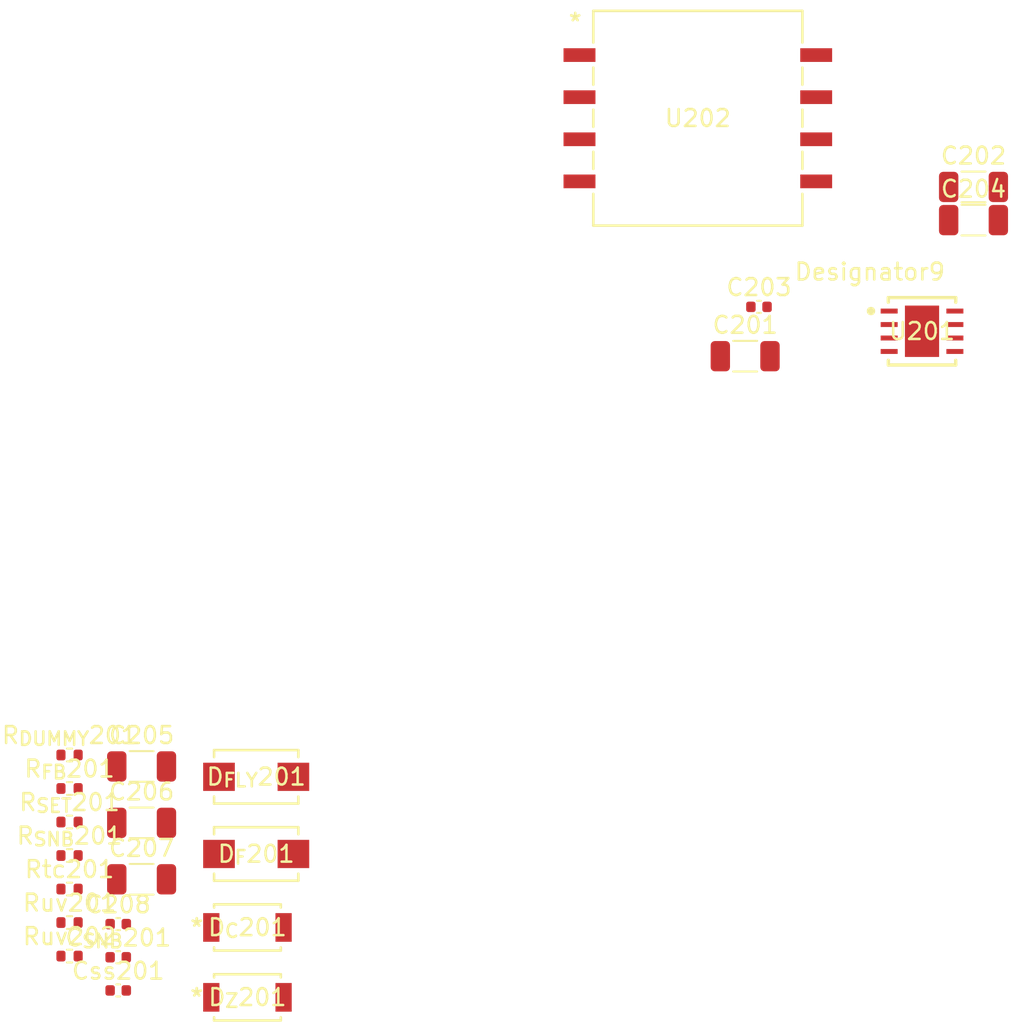
<source format=kicad_pcb>
(kicad_pcb (version 20240108) (generator "pcbnew") (generator_version "8.0")
  (layers (0 "F.Cu" signal) (31 "B.Cu" signal) (34 "B.Paste" user) (35 "F.Paste" user) (36 "B.SilkS" user "B.Silkscreen") (37 "F.SilkS" user "F.Silkscreen") (38 "B.Mask" user) (39 "F.Mask" user) (44 "Edge.Cuts" user))
  (net 0 "")
  (net 1 "GND")
  (net 2 "15V_isolated")
  (net 3 "GNDPWR")
  (net 4 "VBAT_managed")
  (net 5 "Net-(U201-SS_BIAS)")
  (net 6 "Net-(C_{SNB}201-Pad1)")
  (net 7 "Net-(D_{C}201-Pad1)")
  (net 8 "Net-(D_{FLY}201-Pad2)")
  (net 9 "Net-(U201-SW)")
  (net 10 "Net-(U201-TC)")
  (net 11 "Net-(U201-RSET)")
  (net 12 "Net-(U201-EN_UVLO)")
  (net 13 "Net-(U201-FB)")
  (footprint "zener_PDZVTR9.1B:DIO_PDZVTFT_ROM" (layer "F.Cu") (at 88.1537 92.55)
    (property "Reference" "D_{Z}201" (at 0 0 0) (layer "F.SilkS"))
    (property "Value" "PDZVTR9.1B")
    (fp_line (start -1.9812 -1.3716) (end -1.9812 -1.18364) (stroke (width 0.1524)) (layer "F.SilkS"))
    (fp_line (start -1.9812 1.18364) (end -1.9812 1.3716) (stroke (width 0.1524)) (layer "F.SilkS"))
    (fp_line (start -1.9812 1.3716) (end 1.9812 1.3716) (stroke (width 0.1524)) (layer "F.SilkS"))
    (fp_line (start 1.9812 -1.3716) (end -1.9812 -1.3716) (stroke (width 0.1524)) (layer "F.SilkS"))
    (fp_line (start 1.9812 -1.18364) (end 1.9812 -1.3716) (stroke (width 0.1524)) (layer "F.SilkS"))
    (fp_line (start 1.9812 1.3716) (end 1.9812 1.18364) (stroke (width 0.1524)) (layer "F.SilkS"))
    (fp_text user "*" (at -3.0099 0 0) (layer "F.SilkS"))
    (fp_text user "*" (at -3.0099 0 0) (layer "F.SilkS"))
    (pad "1" smd rect (at -2.1463 0) (size 0.9652 1.7018) (layers "F.Cu" "F.Paste" "F.Mask") (net 2 "15V_isolated"))
    (pad "2" smd rect (at 2.1463 0) (size 0.9652 1.7018) (layers "F.Cu" "F.Paste" "F.Mask") (net 3 "GNDPWR"))
  )
  (footprint "Capacitor_SMD:C_1206_3216Metric" (layer "F.Cu") (at 81.8696 82.1906)
    (property "Reference" "C206" (at 0 -1.85 0) (layer "F.SilkS"))
    (property "Value" "10u")
    (fp_line (start -0.711252 -0.91) (end 0.711252 -0.91) (stroke (width 0.12)) (layer "F.SilkS"))
    (fp_line (start -0.711252 0.91) (end 0.711252 0.91) (stroke (width 0.12)) (layer "F.SilkS"))
    (pad "1" smd roundrect (at -1.475 0) (size 1.15 1.8) (layers "F.Cu" "F.Paste" "F.Mask") (roundrect_rratio 0.217391) (net 2 "15V_isolated"))
    (pad "2" smd roundrect (at 1.475 0) (size 1.15 1.8) (layers "F.Cu" "F.Paste" "F.Mask") (roundrect_rratio 0.217391) (net 3 "GNDPWR"))
  )
  (footprint "transformer_750313445:SOIC_13445_WRE" (layer "F.Cu") (at 114.9 40.35)
    (property "Reference" "U202" (at 0 0 0) (layer "F.SilkS"))
    (property "Value" "750313445")
    (fp_line (start -6.207001 -6.3754) (end -6.207001 -4.489323) (stroke (width 0.1524)) (layer "F.SilkS"))
    (fp_line (start -6.207001 -3.011043) (end -6.207001 -1.989201) (stroke (width 0.1524)) (layer "F.SilkS"))
    (fp_line (start -6.207001 -0.510921) (end -6.207001 0.510921) (stroke (width 0.1524)) (layer "F.SilkS"))
    (fp_line (start -6.207001 1.989201) (end -6.207001 3.011043) (stroke (width 0.1524)) (layer "F.SilkS"))
    (fp_line (start -6.207001 4.489323) (end -6.207001 6.3754) (stroke (width 0.1524)) (layer "F.SilkS"))
    (fp_line (start -6.207001 6.3754) (end 6.207001 6.3754) (stroke (width 0.1524)) (layer "F.SilkS"))
    (fp_line (start 6.207001 -6.3754) (end -6.207001 -6.3754) (stroke (width 0.1524)) (layer "F.SilkS"))
    (fp_line (start 6.207001 -4.489323) (end 6.207001 -6.3754) (stroke (width 0.1524)) (layer "F.SilkS"))
    (fp_line (start 6.207001 -1.989201) (end 6.207001 -3.011043) (stroke (width 0.1524)) (layer "F.SilkS"))
    (fp_line (start 6.207001 0.510921) (end 6.207001 -0.510921) (stroke (width 0.1524)) (layer "F.SilkS"))
    (fp_line (start 6.207001 3.011043) (end 6.207001 1.989201) (stroke (width 0.1524)) (layer "F.SilkS"))
    (fp_line (start 6.207001 6.3754) (end 6.207001 4.489323) (stroke (width 0.1524)) (layer "F.SilkS"))
    (fp_text user "*" (at -7.2818 -5.705983 0) (layer "F.SilkS"))
    (fp_text user "*" (at -7.2818 -5.705983 0) (layer "F.SilkS"))
    (pad "1" smd rect (at -7.027802 -3.750183) (size 1.895599 0.8128) (layers "F.Cu" "F.Paste" "F.Mask"))
    (pad "2" smd rect (at -7.027802 -1.250061) (size 1.895599 0.8128) (layers "F.Cu" "F.Paste" "F.Mask") (net 9 "Net-(U201-SW)"))
    (pad "3" smd rect (at -7.027802 1.250061) (size 1.895599 0.8128) (layers "F.Cu" "F.Paste" "F.Mask"))
    (pad "4" smd rect (at -7.027802 3.750183) (size 1.895599 0.8128) (layers "F.Cu" "F.Paste" "F.Mask") (net 4 "VBAT_managed"))
    (pad "5" smd rect (at 7.027802 3.750183) (size 1.895599 0.8128) (layers "F.Cu" "F.Paste" "F.Mask") (net 8 "Net-(D_{FLY}201-Pad2)"))
    (pad "6" smd rect (at 7.027802 1.250061) (size 1.895599 0.8128) (layers "F.Cu" "F.Paste" "F.Mask") (net 8 "Net-(D_{FLY}201-Pad2)"))
    (pad "7" smd rect (at 7.027802 -1.250061) (size 1.895599 0.8128) (layers "F.Cu" "F.Paste" "F.Mask") (net 3 "GNDPWR"))
    (pad "8" smd rect (at 7.027802 -3.750183) (size 1.895599 0.8128) (layers "F.Cu" "F.Paste" "F.Mask") (net 3 "GNDPWR"))
  )
  (footprint "Capacitor_SMD:C_0402_1005Metric" (layer "F.Cu") (at 80.4796 90.1706)
    (property "Reference" "C_{SNB}201" (at 0 -1.16 0) (layer "F.SilkS"))
    (property "Value" "22p")
    (fp_line (start -0.107836 -0.36) (end 0.107836 -0.36) (stroke (width 0.12)) (layer "F.SilkS"))
    (fp_line (start -0.107836 0.36) (end 0.107836 0.36) (stroke (width 0.12)) (layer "F.SilkS"))
    (pad "1" smd roundrect (at -0.48 0) (size 0.56 0.62) (layers "F.Cu" "F.Paste" "F.Mask") (net 6 "Net-(C_{SNB}201-Pad1)"))
    (pad "2" smd roundrect (at 0.48 0) (size 0.56 0.62) (layers "F.Cu" "F.Paste" "F.Mask") (net 2 "15V_isolated"))
  )
  (footprint "Resistor_SMD:R_0402_1005Metric" (layer "F.Cu") (at 77.5896 82.1406)
    (property "Reference" "R_{SET}201" (at 0 -1.17 0) (layer "F.SilkS"))
    (property "Value" "12.1k")
    (fp_line (start -0.153641 -0.38) (end 0.153641 -0.38) (stroke (width 0.12)) (layer "F.SilkS"))
    (fp_line (start -0.153641 0.38) (end 0.153641 0.38) (stroke (width 0.12)) (layer "F.SilkS"))
    (pad "1" smd roundrect (at -0.51 0) (size 0.54 0.64) (layers "F.Cu" "F.Paste" "F.Mask") (net 11 "Net-(U201-RSET)"))
    (pad "2" smd roundrect (at 0.51 0) (size 0.54 0.64) (layers "F.Cu" "F.Paste" "F.Mask") (net 1 "GND"))
  )
  (footprint "Capacitor_SMD:C_1206_3216Metric" (layer "F.Cu") (at 81.8696 78.8406)
    (property "Reference" "C205" (at 0 -1.85 0) (layer "F.SilkS"))
    (property "Value" "10u")
    (fp_line (start -0.711252 -0.91) (end 0.711252 -0.91) (stroke (width 0.12)) (layer "F.SilkS"))
    (fp_line (start -0.711252 0.91) (end 0.711252 0.91) (stroke (width 0.12)) (layer "F.SilkS"))
    (pad "1" smd roundrect (at -1.475 0) (size 1.15 1.8) (layers "F.Cu" "F.Paste" "F.Mask") (roundrect_rratio 0.217391) (net 2 "15V_isolated"))
    (pad "2" smd roundrect (at 1.475 0) (size 1.15 1.8) (layers "F.Cu" "F.Paste" "F.Mask") (roundrect_rratio 0.217391) (net 3 "GNDPWR"))
  )
  (footprint "Capacitor_SMD:C_1206_3216Metric" (layer "F.Cu") (at 117.71 54.48)
    (property "Reference" "C201" (at 0 -1.85 0) (layer "F.SilkS"))
    (property "Value" "10u")
    (fp_line (start -0.711252 -0.91) (end 0.711252 -0.91) (stroke (width 0.12)) (layer "F.SilkS"))
    (fp_line (start -0.711252 0.91) (end 0.711252 0.91) (stroke (width 0.12)) (layer "F.SilkS"))
    (pad "1" smd roundrect (at -1.475 0) (size 1.15 1.8) (layers "F.Cu" "F.Paste" "F.Mask") (roundrect_rratio 0.217391) (net 4 "VBAT_managed"))
    (pad "2" smd roundrect (at 1.475 0) (size 1.15 1.8) (layers "F.Cu" "F.Paste" "F.Mask") (roundrect_rratio 0.217391) (net 1 "GND"))
  )
  (footprint "Capacitor_SMD:C_0402_1005Metric" (layer "F.Cu") (at 118.53 51.55)
    (property "Reference" "C203" (at 0 -1.16 0) (layer "F.SilkS"))
    (property "Value" "100n")
    (fp_line (start -0.107836 -0.36) (end 0.107836 -0.36) (stroke (width 0.12)) (layer "F.SilkS"))
    (fp_line (start -0.107836 0.36) (end 0.107836 0.36) (stroke (width 0.12)) (layer "F.SilkS"))
    (pad "1" smd roundrect (at -0.48 0) (size 0.56 0.62) (layers "F.Cu" "F.Paste" "F.Mask") (net 4 "VBAT_managed"))
    (pad "2" smd roundrect (at 0.48 0) (size 0.56 0.62) (layers "F.Cu" "F.Paste" "F.Mask") (net 1 "GND"))
  )
  (footprint "Capacitor_SMD:C_1206_3216Metric" (layer "F.Cu") (at 131.27 46.4)
    (property "Reference" "C204" (at 0 -1.85 0) (layer "F.SilkS"))
    (property "Value" "10u")
    (fp_line (start -0.711252 -0.91) (end 0.711252 -0.91) (stroke (width 0.12)) (layer "F.SilkS"))
    (fp_line (start -0.711252 0.91) (end 0.711252 0.91) (stroke (width 0.12)) (layer "F.SilkS"))
    (pad "1" smd roundrect (at -1.475 0) (size 1.15 1.8) (layers "F.Cu" "F.Paste" "F.Mask") (roundrect_rratio 0.217391) (net 2 "15V_isolated"))
    (pad "2" smd roundrect (at 1.475 0) (size 1.15 1.8) (layers "F.Cu" "F.Paste" "F.Mask") (roundrect_rratio 0.217391) (net 3 "GNDPWR"))
  )
  (footprint "zener_PDZVTR9.1B:DIO_PDZVTFT_ROM" (layer "F.Cu") (at 88.1537 88.4004)
    (property "Reference" "D_{C}201" (at 0 0 0) (layer "F.SilkS"))
    (property "Value" "PDZVTR9.1B")
    (fp_line (start -1.9812 -1.3716) (end -1.9812 -1.18364) (stroke (width 0.1524)) (layer "F.SilkS"))
    (fp_line (start -1.9812 1.18364) (end -1.9812 1.3716) (stroke (width 0.1524)) (layer "F.SilkS"))
    (fp_line (start -1.9812 1.3716) (end 1.9812 1.3716) (stroke (width 0.1524)) (layer "F.SilkS"))
    (fp_line (start 1.9812 -1.3716) (end -1.9812 -1.3716) (stroke (width 0.1524)) (layer "F.SilkS"))
    (fp_line (start 1.9812 -1.18364) (end 1.9812 -1.3716) (stroke (width 0.1524)) (layer "F.SilkS"))
    (fp_line (start 1.9812 1.3716) (end 1.9812 1.18364) (stroke (width 0.1524)) (layer "F.SilkS"))
    (fp_text user "*" (at -3.0099 0 0) (layer "F.SilkS"))
    (fp_text user "*" (at -3.0099 0 0) (layer "F.SilkS"))
    (pad "1" smd rect (at -2.1463 0) (size 0.9652 1.7018) (layers "F.Cu" "F.Paste" "F.Mask") (net 7 "Net-(D_{C}201-Pad1)"))
    (pad "2" smd rect (at 2.1463 0) (size 0.9652 1.7018) (layers "F.Cu" "F.Paste" "F.Mask") (net 4 "VBAT_managed"))
  )
  (footprint "Resistor_SMD:R_0402_1005Metric" (layer "F.Cu") (at 77.5896 84.1306)
    (property "Reference" "R_{SNB}201" (at 0 -1.17 0) (layer "F.SilkS"))
    (property "Value" "100")
    (fp_line (start -0.153641 -0.38) (end 0.153641 -0.38) (stroke (width 0.12)) (layer "F.SilkS"))
    (fp_line (start -0.153641 0.38) (end 0.153641 0.38) (stroke (width 0.12)) (layer "F.SilkS"))
    (pad "1" smd roundrect (at -0.51 0) (size 0.54 0.64) (layers "F.Cu" "F.Paste" "F.Mask") (net 8 "Net-(D_{FLY}201-Pad2)"))
    (pad "2" smd roundrect (at 0.51 0) (size 0.54 0.64) (layers "F.Cu" "F.Paste" "F.Mask") (net 6 "Net-(C_{SNB}201-Pad1)"))
  )
  (footprint "Resistor_SMD:R_0402_1005Metric" (layer "F.Cu") (at 77.5896 78.1606)
    (property "Reference" "R_{DUMMY}201" (at 0 -1.17 0) (layer "F.SilkS"))
    (property "Value" "1.5k")
    (fp_line (start -0.153641 -0.38) (end 0.153641 -0.38) (stroke (width 0.12)) (layer "F.SilkS"))
    (fp_line (start -0.153641 0.38) (end 0.153641 0.38) (stroke (width 0.12)) (layer "F.SilkS"))
    (pad "1" smd roundrect (at -0.51 0) (size 0.54 0.64) (layers "F.Cu" "F.Paste" "F.Mask") (net 3 "GNDPWR"))
    (pad "2" smd roundrect (at 0.51 0) (size 0.54 0.64) (layers "F.Cu" "F.Paste" "F.Mask") (net 2 "15V_isolated"))
  )
  (footprint "Capacitor_SMD:C_1206_3216Metric" (layer "F.Cu") (at 81.8696 85.5406)
    (property "Reference" "C207" (at 0 -1.85 0) (layer "F.SilkS"))
    (property "Value" "10u")
    (fp_line (start -0.711252 -0.91) (end 0.711252 -0.91) (stroke (width 0.12)) (layer "F.SilkS"))
    (fp_line (start -0.711252 0.91) (end 0.711252 0.91) (stroke (width 0.12)) (layer "F.SilkS"))
    (pad "1" smd roundrect (at -1.475 0) (size 1.15 1.8) (layers "F.Cu" "F.Paste" "F.Mask") (roundrect_rratio 0.217391) (net 2 "15V_isolated"))
    (pad "2" smd roundrect (at 1.475 0) (size 1.15 1.8) (layers "F.Cu" "F.Paste" "F.Mask") (roundrect_rratio 0.217391) (net 3 "GNDPWR"))
  )
  (footprint "Capacitor_SMD:C_1206_3216Metric" (layer "F.Cu") (at 131.27 44.43)
    (property "Reference" "C202" (at 0 -1.85 0) (layer "F.SilkS"))
    (property "Value" "10u")
    (fp_line (start -0.711252 -0.91) (end 0.711252 -0.91) (stroke (width 0.12)) (layer "F.SilkS"))
    (fp_line (start -0.711252 0.91) (end 0.711252 0.91) (stroke (width 0.12)) (layer "F.SilkS"))
    (pad "1" smd roundrect (at -1.475 0) (size 1.15 1.8) (layers "F.Cu" "F.Paste" "F.Mask") (roundrect_rratio 0.217391) (net 4 "VBAT_managed"))
    (pad "2" smd roundrect (at 1.475 0) (size 1.15 1.8) (layers "F.Cu" "F.Paste" "F.Mask") (roundrect_rratio 0.217391) (net 1 "GND"))
  )
  (footprint "Resistor_SMD:R_0402_1005Metric" (layer "F.Cu") (at 77.5896 86.1206)
    (property "Reference" "Rtc201" (at 0 -1.17 0) (layer "F.SilkS"))
    (property "Value" "787k")
    (fp_line (start -0.153641 -0.38) (end 0.153641 -0.38) (stroke (width 0.12)) (layer "F.SilkS"))
    (fp_line (start -0.153641 0.38) (end 0.153641 0.38) (stroke (width 0.12)) (layer "F.SilkS"))
    (pad "1" smd roundrect (at -0.51 0) (size 0.54 0.64) (layers "F.Cu" "F.Paste" "F.Mask") (net 10 "Net-(U201-TC)"))
    (pad "2" smd roundrect (at 0.51 0) (size 0.54 0.64) (layers "F.Cu" "F.Paste" "F.Mask") (net 11 "Net-(U201-RSET)"))
  )
  (footprint "schottky_SK510A-LTP:SMADO-214AC_LEAD-FRAME_MCC" (layer "F.Cu") (at 88.6744 79.4563)
    (property "Reference" "D_{FLY}201" (at 0 0 0) (layer "F.SilkS"))
    (property "Value" "SK510A-LTP")
    (fp_line (start -2.5019 -1.5875) (end -2.5019 -1.17094) (stroke (width 0.1524)) (layer "F.SilkS"))
    (fp_line (start -2.5019 1.17094) (end -2.5019 1.5875) (stroke (width 0.1524)) (layer "F.SilkS"))
    (fp_line (start -2.5019 1.5875) (end 2.5019 1.5875) (stroke (width 0.1524)) (layer "F.SilkS"))
    (fp_line (start 2.5019 -1.5875) (end -2.5019 -1.5875) (stroke (width 0.1524)) (layer "F.SilkS"))
    (fp_line (start 2.5019 -1.17094) (end 2.5019 -1.5875) (stroke (width 0.1524)) (layer "F.SilkS"))
    (fp_line (start 2.5019 1.5875) (end 2.5019 1.17094) (stroke (width 0.1524)) (layer "F.SilkS"))
    (pad "1" smd rect (at -2.2098 0) (size 1.8796 1.6764) (layers "F.Cu" "F.Paste" "F.Mask") (net 2 "15V_isolated"))
    (pad "2" smd rect (at 2.2098 0) (size 1.8796 1.6764) (layers "F.Cu" "F.Paste" "F.Mask") (net 8 "Net-(D_{FLY}201-Pad2)"))
  )
  (footprint "schottky_SK510A-LTP:SMADO-214AC_LEAD-FRAME_MCC" (layer "F.Cu") (at 88.6744 84.0377)
    (property "Reference" "D_{F}201" (at 0 0 0) (layer "F.SilkS"))
    (property "Value" "SK510A-LTP")
    (fp_line (start -2.5019 -1.5875) (end -2.5019 -1.17094) (stroke (width 0.1524)) (layer "F.SilkS"))
    (fp_line (start -2.5019 1.17094) (end -2.5019 1.5875) (stroke (width 0.1524)) (layer "F.SilkS"))
    (fp_line (start -2.5019 1.5875) (end 2.5019 1.5875) (stroke (width 0.1524)) (layer "F.SilkS"))
    (fp_line (start 2.5019 -1.5875) (end -2.5019 -1.5875) (stroke (width 0.1524)) (layer "F.SilkS"))
    (fp_line (start 2.5019 -1.17094) (end 2.5019 -1.5875) (stroke (width 0.1524)) (layer "F.SilkS"))
    (fp_line (start 2.5019 1.5875) (end 2.5019 1.17094) (stroke (width 0.1524)) (layer "F.SilkS"))
    (pad "1" smd rect (at -2.2098 0) (size 1.8796 1.6764) (layers "F.Cu" "F.Paste" "F.Mask") (net 7 "Net-(D_{C}201-Pad1)"))
    (pad "2" smd rect (at 2.2098 0) (size 1.8796 1.6764) (layers "F.Cu" "F.Paste" "F.Mask") (net 9 "Net-(U201-SW)"))
  )
  (footprint "Capacitor_SMD:C_0402_1005Metric" (layer "F.Cu") (at 80.4796 88.2006)
    (property "Reference" "C208" (at 0 -1.16 0) (layer "F.SilkS"))
    (property "Value" "100n")
    (fp_line (start -0.107836 -0.36) (end 0.107836 -0.36) (stroke (width 0.12)) (layer "F.SilkS"))
    (fp_line (start -0.107836 0.36) (end 0.107836 0.36) (stroke (width 0.12)) (layer "F.SilkS"))
    (pad "1" smd roundrect (at -0.48 0) (size 0.56 0.62) (layers "F.Cu" "F.Paste" "F.Mask") (net 2 "15V_isolated"))
    (pad "2" smd roundrect (at 0.48 0) (size 0.56 0.62) (layers "F.Cu" "F.Paste" "F.Mask") (net 3 "GNDPWR"))
  )
  (footprint "dc_to_dc_LM25184NGUR:NGU0008C-IPC_A" (layer "F.Cu") (at 128.212502 53)
    (property "Reference" "U201" (at 0 0 0) (layer "F.SilkS"))
    (property "Value" "LM25184NGUR")
    (fp_line (start -2.000001 -2.000001) (end 2.000001 -2.000001) (stroke (width 0.2)) (layer "F.SilkS"))
    (fp_line (start -2.000001 -1.721236) (end -2.000001 -2.000001) (stroke (width 0.2)) (layer "F.SilkS"))
    (fp_line (start -2.000001 2.000001) (end -2.000001 1.721236) (stroke (width 0.2)) (layer "F.SilkS"))
    (fp_line (start -2.000001 2.000001) (end 2.000001 2.000001) (stroke (width 0.2)) (layer "F.SilkS"))
    (fp_line (start 2.000001 -1.721236) (end 2.000001 -2.000001) (stroke (width 0.2)) (layer "F.SilkS"))
    (fp_line (start 2.000001 2.000001) (end 2.000001 1.721236) (stroke (width 0.2)) (layer "F.SilkS"))
    (fp_circle (center -3.031066 -1.2) (end -2.906065 -1.2) (stroke (width 0.25)) (fill none) (layer "F.SilkS"))
    (fp_text user "Designator9" (at -3.0988 -3.5306 0) (layer "F.SilkS"))
    (pad "1" smd rect (at -1.951246 -1.2) (size 1.009637 0.292473) (layers "F.Cu" "F.Paste" "F.Mask") (net 9 "Net-(U201-SW)"))
    (pad "2" smd rect (at -1.951246 -0.399999) (size 1.009637 0.292473) (layers "F.Cu" "F.Paste" "F.Mask") (net 13 "Net-(U201-FB)"))
    (pad "3" smd rect (at -1.951246 0.399999) (size 1.009637 0.292473) (layers "F.Cu" "F.Paste" "F.Mask") (net 4 "VBAT_managed"))
    (pad "4" smd rect (at -1.951246 1.2) (size 1.009637 0.292473) (layers "F.Cu" "F.Paste" "F.Mask") (net 12 "Net-(U201-EN_UVLO)"))
    (pad "5" smd rect (at 1.951246 1.2) (size 1.009637 0.292473) (layers "F.Cu" "F.Paste" "F.Mask") (net 5 "Net-(U201-SS_BIAS)"))
    (pad "6" smd rect (at 1.951246 0.399999) (size 1.009637 0.292473) (layers "F.Cu" "F.Paste" "F.Mask") (net 10 "Net-(U201-TC)"))
    (pad "7" smd rect (at 1.951246 -0.399999) (size 1.009637 0.292473) (layers "F.Cu" "F.Paste" "F.Mask") (net 11 "Net-(U201-RSET)"))
    (pad "8" smd rect (at 1.951246 -1.2) (size 1.009637 0.292473) (layers "F.Cu" "F.Paste" "F.Mask") (net 1 "GND"))
    (pad "9" smd rect (at 0 0) (size 2.029999 3.049999) (layers "F.Cu" "F.Mask") (net 1 "GND"))
  )
  (footprint "Capacitor_SMD:C_0402_1005Metric" (layer "F.Cu") (at 80.4796 92.1406)
    (property "Reference" "Css201" (at 0 -1.16 0) (layer "F.SilkS"))
    (property "Value" "100n")
    (fp_line (start -0.107836 -0.36) (end 0.107836 -0.36) (stroke (width 0.12)) (layer "F.SilkS"))
    (fp_line (start -0.107836 0.36) (end 0.107836 0.36) (stroke (width 0.12)) (layer "F.SilkS"))
    (pad "1" smd roundrect (at -0.48 0) (size 0.56 0.62) (layers "F.Cu" "F.Paste" "F.Mask") (net 5 "Net-(U201-SS_BIAS)"))
    (pad "2" smd roundrect (at 0.48 0) (size 0.56 0.62) (layers "F.Cu" "F.Paste" "F.Mask") (net 1 "GND"))
  )
  (footprint "Resistor_SMD:R_0402_1005Metric" (layer "F.Cu") (at 77.5896 80.1506)
    (property "Reference" "R_{FB}201" (at 0 -1.17 0) (layer "F.SilkS"))
    (property "Value" "196k")
    (fp_line (start -0.153641 -0.38) (end 0.153641 -0.38) (stroke (width 0.12)) (layer "F.SilkS"))
    (fp_line (start -0.153641 0.38) (end 0.153641 0.38) (stroke (width 0.12)) (layer "F.SilkS"))
    (pad "1" smd roundrect (at -0.51 0) (size 0.54 0.64) (layers "F.Cu" "F.Paste" "F.Mask") (net 9 "Net-(U201-SW)"))
    (pad "2" smd roundrect (at 0.51 0) (size 0.54 0.64) (layers "F.Cu" "F.Paste" "F.Mask") (net 13 "Net-(U201-FB)"))
  )
  (footprint "Resistor_SMD:R_0402_1005Metric" (layer "F.Cu") (at 77.5896 90.1006)
    (property "Reference" "Ruv202" (at 0 -1.17 0) (layer "F.SilkS"))
    (property "Value" "10.7k")
    (fp_line (start -0.153641 -0.38) (end 0.153641 -0.38) (stroke (width 0.12)) (layer "F.SilkS"))
    (fp_line (start -0.153641 0.38) (end 0.153641 0.38) (stroke (width 0.12)) (layer "F.SilkS"))
    (pad "1" smd roundrect (at -0.51 0) (size 0.54 0.64) (layers "F.Cu" "F.Paste" "F.Mask") (net 12 "Net-(U201-EN_UVLO)"))
    (pad "2" smd roundrect (at 0.51 0) (size 0.54 0.64) (layers "F.Cu" "F.Paste" "F.Mask") (net 1 "GND"))
  )
  (footprint "Resistor_SMD:R_0402_1005Metric" (layer "F.Cu") (at 77.5896 88.1106)
    (property "Reference" "Ruv201" (at 0 -1.17 0) (layer "F.SilkS"))
    (property "Value" "46.4k")
    (fp_line (start -0.153641 -0.38) (end 0.153641 -0.38) (stroke (width 0.12)) (layer "F.SilkS"))
    (fp_line (start -0.153641 0.38) (end 0.153641 0.38) (stroke (width 0.12)) (layer "F.SilkS"))
    (pad "1" smd roundrect (at -0.51 0) (size 0.54 0.64) (layers "F.Cu" "F.Paste" "F.Mask") (net 4 "VBAT_managed"))
    (pad "2" smd roundrect (at 0.51 0) (size 0.54 0.64) (layers "F.Cu" "F.Paste" "F.Mask") (net 12 "Net-(U201-EN_UVLO)"))
  )
)
</source>
